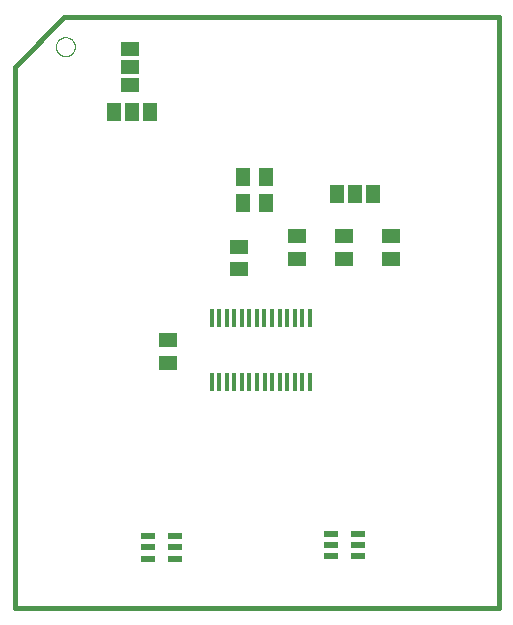
<source format=gbp>
G75*
%MOIN*%
%OFA0B0*%
%FSLAX25Y25*%
%IPPOS*%
%LPD*%
%AMOC8*
5,1,8,0,0,1.08239X$1,22.5*
%
%ADD10C,0.01600*%
%ADD11C,0.00000*%
%ADD12R,0.01378X0.05906*%
%ADD13R,0.05906X0.05118*%
%ADD14R,0.05118X0.05906*%
%ADD15R,0.04600X0.06300*%
%ADD16R,0.06300X0.04600*%
%ADD17R,0.04724X0.02362*%
D10*
X0022538Y0040030D02*
X0183955Y0040030D01*
X0183955Y0236880D01*
X0039073Y0236880D01*
X0022538Y0220344D01*
X0022538Y0040030D01*
D11*
X0036317Y0227037D02*
X0036319Y0227149D01*
X0036325Y0227260D01*
X0036335Y0227372D01*
X0036349Y0227483D01*
X0036366Y0227593D01*
X0036388Y0227703D01*
X0036414Y0227812D01*
X0036443Y0227920D01*
X0036476Y0228026D01*
X0036513Y0228132D01*
X0036554Y0228236D01*
X0036599Y0228339D01*
X0036647Y0228440D01*
X0036698Y0228539D01*
X0036753Y0228636D01*
X0036812Y0228731D01*
X0036873Y0228825D01*
X0036938Y0228916D01*
X0037007Y0229004D01*
X0037078Y0229090D01*
X0037152Y0229174D01*
X0037230Y0229254D01*
X0037310Y0229332D01*
X0037393Y0229408D01*
X0037478Y0229480D01*
X0037566Y0229549D01*
X0037656Y0229615D01*
X0037749Y0229677D01*
X0037844Y0229737D01*
X0037941Y0229793D01*
X0038039Y0229845D01*
X0038140Y0229894D01*
X0038242Y0229939D01*
X0038346Y0229981D01*
X0038451Y0230019D01*
X0038558Y0230053D01*
X0038665Y0230083D01*
X0038774Y0230110D01*
X0038883Y0230132D01*
X0038994Y0230151D01*
X0039104Y0230166D01*
X0039216Y0230177D01*
X0039327Y0230184D01*
X0039439Y0230187D01*
X0039551Y0230186D01*
X0039663Y0230181D01*
X0039774Y0230172D01*
X0039885Y0230159D01*
X0039996Y0230142D01*
X0040106Y0230122D01*
X0040215Y0230097D01*
X0040323Y0230069D01*
X0040430Y0230036D01*
X0040536Y0230000D01*
X0040640Y0229960D01*
X0040743Y0229917D01*
X0040845Y0229870D01*
X0040944Y0229819D01*
X0041042Y0229765D01*
X0041138Y0229707D01*
X0041232Y0229646D01*
X0041323Y0229582D01*
X0041412Y0229515D01*
X0041499Y0229444D01*
X0041583Y0229370D01*
X0041665Y0229294D01*
X0041743Y0229214D01*
X0041819Y0229132D01*
X0041892Y0229047D01*
X0041962Y0228960D01*
X0042028Y0228870D01*
X0042092Y0228778D01*
X0042152Y0228684D01*
X0042209Y0228588D01*
X0042262Y0228489D01*
X0042312Y0228389D01*
X0042358Y0228288D01*
X0042401Y0228184D01*
X0042440Y0228079D01*
X0042475Y0227973D01*
X0042506Y0227866D01*
X0042534Y0227757D01*
X0042557Y0227648D01*
X0042577Y0227538D01*
X0042593Y0227427D01*
X0042605Y0227316D01*
X0042613Y0227205D01*
X0042617Y0227093D01*
X0042617Y0226981D01*
X0042613Y0226869D01*
X0042605Y0226758D01*
X0042593Y0226647D01*
X0042577Y0226536D01*
X0042557Y0226426D01*
X0042534Y0226317D01*
X0042506Y0226208D01*
X0042475Y0226101D01*
X0042440Y0225995D01*
X0042401Y0225890D01*
X0042358Y0225786D01*
X0042312Y0225685D01*
X0042262Y0225585D01*
X0042209Y0225486D01*
X0042152Y0225390D01*
X0042092Y0225296D01*
X0042028Y0225204D01*
X0041962Y0225114D01*
X0041892Y0225027D01*
X0041819Y0224942D01*
X0041743Y0224860D01*
X0041665Y0224780D01*
X0041583Y0224704D01*
X0041499Y0224630D01*
X0041412Y0224559D01*
X0041323Y0224492D01*
X0041232Y0224428D01*
X0041138Y0224367D01*
X0041042Y0224309D01*
X0040944Y0224255D01*
X0040845Y0224204D01*
X0040743Y0224157D01*
X0040640Y0224114D01*
X0040536Y0224074D01*
X0040430Y0224038D01*
X0040323Y0224005D01*
X0040215Y0223977D01*
X0040106Y0223952D01*
X0039996Y0223932D01*
X0039885Y0223915D01*
X0039774Y0223902D01*
X0039663Y0223893D01*
X0039551Y0223888D01*
X0039439Y0223887D01*
X0039327Y0223890D01*
X0039216Y0223897D01*
X0039104Y0223908D01*
X0038994Y0223923D01*
X0038883Y0223942D01*
X0038774Y0223964D01*
X0038665Y0223991D01*
X0038558Y0224021D01*
X0038451Y0224055D01*
X0038346Y0224093D01*
X0038242Y0224135D01*
X0038140Y0224180D01*
X0038039Y0224229D01*
X0037941Y0224281D01*
X0037844Y0224337D01*
X0037749Y0224397D01*
X0037656Y0224459D01*
X0037566Y0224525D01*
X0037478Y0224594D01*
X0037393Y0224666D01*
X0037310Y0224742D01*
X0037230Y0224820D01*
X0037152Y0224900D01*
X0037078Y0224984D01*
X0037007Y0225070D01*
X0036938Y0225158D01*
X0036873Y0225249D01*
X0036812Y0225343D01*
X0036753Y0225438D01*
X0036698Y0225535D01*
X0036647Y0225634D01*
X0036599Y0225735D01*
X0036554Y0225838D01*
X0036513Y0225942D01*
X0036476Y0226048D01*
X0036443Y0226154D01*
X0036414Y0226262D01*
X0036388Y0226371D01*
X0036366Y0226481D01*
X0036349Y0226591D01*
X0036335Y0226702D01*
X0036325Y0226814D01*
X0036319Y0226925D01*
X0036317Y0227037D01*
D12*
X0088205Y0136498D03*
X0090724Y0136498D03*
X0093244Y0136498D03*
X0095764Y0136498D03*
X0098283Y0136498D03*
X0100803Y0136498D03*
X0103323Y0136498D03*
X0105764Y0136498D03*
X0108362Y0136498D03*
X0110882Y0136498D03*
X0113401Y0136498D03*
X0115921Y0136498D03*
X0118441Y0136498D03*
X0120960Y0136498D03*
X0120960Y0115239D03*
X0118441Y0115239D03*
X0115921Y0115239D03*
X0113401Y0115239D03*
X0110882Y0115239D03*
X0108362Y0115239D03*
X0105842Y0115239D03*
X0103323Y0115239D03*
X0100803Y0115239D03*
X0098283Y0115239D03*
X0095764Y0115239D03*
X0093244Y0115239D03*
X0090724Y0115239D03*
X0088205Y0115239D03*
D13*
X0073719Y0121722D03*
X0073719Y0129203D03*
X0097341Y0152825D03*
X0097341Y0160305D03*
X0116633Y0163848D03*
X0116633Y0156368D03*
X0132381Y0156368D03*
X0132381Y0163848D03*
X0148129Y0163848D03*
X0148129Y0156368D03*
D14*
X0106199Y0175069D03*
X0106199Y0183730D03*
X0098719Y0183730D03*
X0098719Y0175069D03*
D15*
X0067514Y0205384D03*
X0061514Y0205384D03*
X0055514Y0205384D03*
X0129924Y0177825D03*
X0135924Y0177825D03*
X0141924Y0177825D03*
D16*
X0061121Y0214344D03*
X0061121Y0220344D03*
X0061121Y0226344D03*
D17*
X0067026Y0063848D03*
X0067026Y0060108D03*
X0067026Y0056368D03*
X0076081Y0056368D03*
X0076081Y0060108D03*
X0076081Y0063848D03*
X0128050Y0064636D03*
X0128050Y0060896D03*
X0128050Y0057156D03*
X0137105Y0057156D03*
X0137105Y0060896D03*
X0137105Y0064636D03*
M02*

</source>
